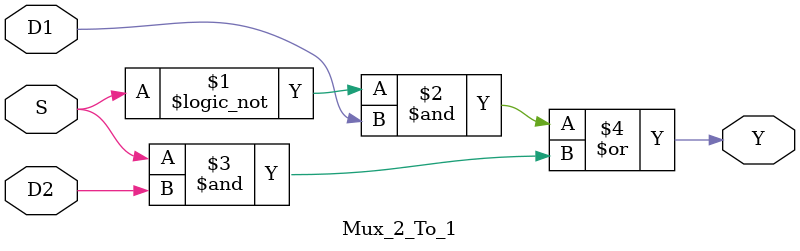
<source format=v>
`timescale 1ns / 1ps

module Mux_2_To_1 (
        D1 , D2 , S , Y
);

	// Define the input and output signals
	input  S;
	input  D1;
	input  D2;
	output Y;
	   
	// Define the MUX2:1 module behaviour  
	assign Y = (!S & D1) | (S & D2);
 

endmodule // Mux21


</source>
